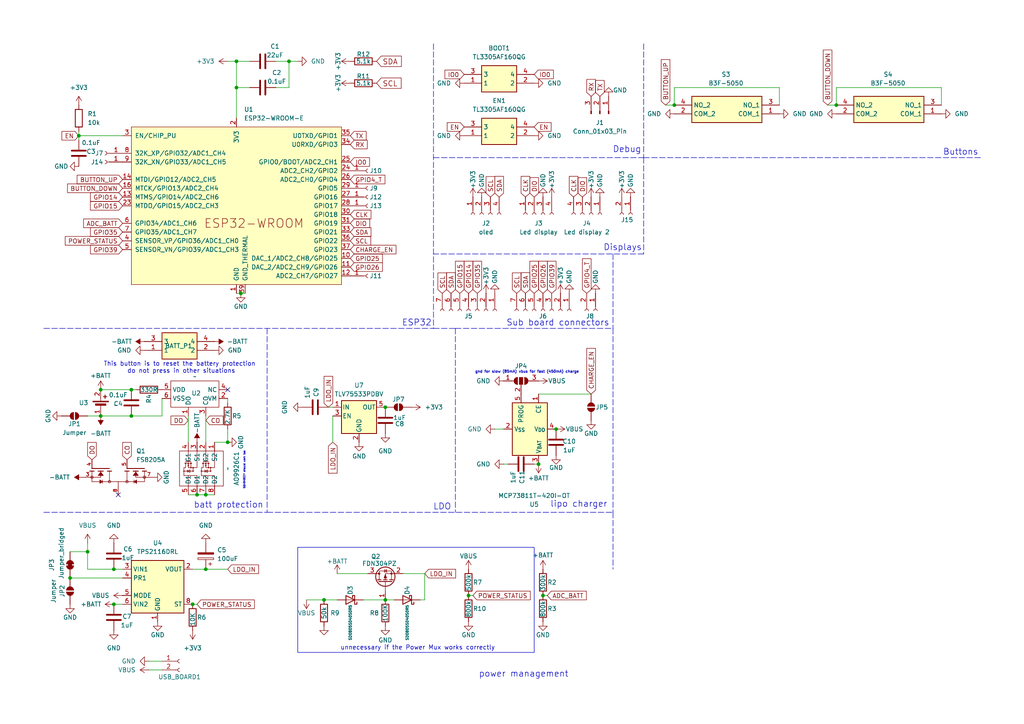
<source format=kicad_sch>
(kicad_sch (version 20231120) (generator "eeschema") (generator_version "8.0")
  (paper "A4")
  (junction (at 111.76 173.99))
  (junction (at 135.89 172.72))
  (junction (at 93.98 173.99))
  (junction (at 33.02 165.1))
  (junction (at 68.58 25.4))
  (junction (at 195.58 30.48))
  (junction (at 59.69 165.1))
  (junction (at 69.85 85.09))
  (junction (at 161.29 124.46))
  (junction (at 83.82 17.78))
  (junction (at 157.48 172.72))
  (junction (at 242.57 30.48))
  (junction (at 25.4 160.02))
  (junction (at 57.15 143.51))
  (junction (at 111.76 118.11))
  (junction (at 29.21 113.03))
  (junction (at 38.1 113.03))
  (junction (at 33.02 175.26))
  (junction (at 20.32 167.64))
  (junction (at 66.04 128.27))
  (junction (at 22.86 39.37))
  (junction (at 29.21 120.65))
  (junction (at 156.21 134.62))
  (junction (at 59.69 143.51))
  (junction (at 55.88 175.26))
  (junction (at 68.58 17.78))
  (junction (at 38.1 120.65))
  (no_connect (at 34.29 143.51))
  (no_connect (at 66.04 113.03))
  (polyline (pts (xy 132.08 95.25) (xy 177.8 95.25)) (stroke (width 0) (type dash)))
  (wire (pts (xy 33.02 165.1) (xy 35.56 165.1)))
  (wire (pts (xy 69.85 85.09) (xy 71.12 85.09)))
  (wire (pts (xy 55.88 165.1) (xy 59.69 165.1)))
  (wire (pts (xy 195.58 30.48) (xy 195.58 25.4)))
  (polyline (pts (xy 12.7 95.25) (xy 125.73 95.25)) (stroke (width 0) (type dash)))
  (wire (pts (xy 25.4 120.65) (xy 29.21 120.65)))
  (wire (pts (xy 57.15 175.26) (xy 55.88 175.26)))
  (polyline (pts (xy 125.73 45.72) (xy 186.69 45.72)) (stroke (width 0) (type dash)))
  (wire (pts (xy 72.39 25.4) (xy 68.58 25.4)))
  (wire (pts (xy 62.23 128.27) (xy 66.04 128.27)))
  (polyline (pts (xy 77.47 148.59) (xy 177.8 148.59)) (stroke (width 0) (type dash)))
  (wire (pts (xy 38.1 120.65) (xy 46.99 120.65)))
  (wire (pts (xy 242.57 25.4) (xy 273.05 25.4)))
  (polyline (pts (xy 125.73 95.25) (xy 132.08 95.25)) (stroke (width 0) (type dash)))
  (wire (pts (xy 88.9 173.99) (xy 93.98 173.99)))
  (wire (pts (xy 158.75 172.72) (xy 157.48 172.72)))
  (wire (pts (xy 72.39 17.78) (xy 68.58 17.78)))
  (wire (pts (xy 95.25 118.11) (xy 96.52 118.11)))
  (wire (pts (xy 25.4 157.48) (xy 25.4 160.02)))
  (wire (pts (xy 22.86 39.37) (xy 35.56 39.37)))
  (wire (pts (xy 20.32 167.64) (xy 35.56 167.64)))
  (wire (pts (xy 226.06 25.4) (xy 226.06 30.48)))
  (wire (pts (xy 68.58 17.78) (xy 68.58 25.4)))
  (wire (pts (xy 143.51 124.46) (xy 146.05 124.46)))
  (wire (pts (xy 242.57 30.48) (xy 242.57 25.4)))
  (polyline (pts (xy 12.7 148.59) (xy 77.47 148.59)) (stroke (width 0) (type dash)))
  (wire (pts (xy 68.58 25.4) (xy 68.58 34.29)))
  (polyline (pts (xy 186.69 45.72) (xy 284.48 45.72)) (stroke (width 0) (type dash)))
  (polyline (pts (xy 177.8 95.25) (xy 177.8 148.59)) (stroke (width 0) (type dash)))
  (wire (pts (xy 273.05 25.4) (xy 273.05 30.48)))
  (polyline (pts (xy 177.8 148.59) (xy 177.8 165.1)) (stroke (width 0) (type dash)))
  (wire (pts (xy 83.82 25.4) (xy 83.82 17.78)))
  (wire (pts (xy 121.92 173.99) (xy 123.19 173.99)))
  (wire (pts (xy 29.21 120.65) (xy 38.1 120.65)))
  (wire (pts (xy 29.21 113.03) (xy 38.1 113.03)))
  (wire (pts (xy 171.45 114.3) (xy 156.21 114.3)))
  (wire (pts (xy 59.69 143.51) (xy 62.23 143.51)))
  (polyline (pts (xy 132.08 95.25) (xy 132.08 148.59)) (stroke (width 0) (type dash)))
  (wire (pts (xy 123.19 166.37) (xy 123.19 173.99)))
  (wire (pts (xy 22.86 38.1) (xy 22.86 39.37)))
  (wire (pts (xy 154.94 134.62) (xy 156.21 134.62)))
  (wire (pts (xy 80.01 25.4) (xy 83.82 25.4)))
  (polyline (pts (xy 186.69 73.66) (xy 125.73 73.66)) (stroke (width 0) (type dash)))
  (polyline (pts (xy 177.8 73.66) (xy 177.8 95.25)) (stroke (width 0) (type dash)))
  (wire (pts (xy 97.79 166.37) (xy 106.68 166.37)))
  (wire (pts (xy 93.98 173.99) (xy 97.79 173.99)))
  (wire (pts (xy 59.69 120.65) (xy 59.69 128.27)))
  (wire (pts (xy 43.18 191.77) (xy 46.99 191.77)))
  (wire (pts (xy 54.61 120.65) (xy 54.61 128.27)))
  (polyline (pts (xy 186.69 45.72) (xy 186.69 73.66)) (stroke (width 0) (type dash)))
  (wire (pts (xy 66.04 115.57) (xy 66.04 116.84)))
  (wire (pts (xy 116.84 166.37) (xy 123.19 166.37)))
  (wire (pts (xy 25.4 160.02) (xy 25.4 165.1)))
  (wire (pts (xy 38.1 113.03) (xy 39.37 113.03)))
  (wire (pts (xy 68.58 85.09) (xy 69.85 85.09)))
  (wire (pts (xy 66.04 124.46) (xy 66.04 128.27)))
  (wire (pts (xy 25.4 165.1) (xy 33.02 165.1)))
  (polyline (pts (xy 125.73 12.7) (xy 125.73 95.25)) (stroke (width 0) (type dash)))
  (wire (pts (xy 195.58 25.4) (xy 226.06 25.4)))
  (wire (pts (xy 86.36 17.78) (xy 83.82 17.78)))
  (wire (pts (xy 43.18 194.31) (xy 46.99 194.31)))
  (wire (pts (xy 105.41 173.99) (xy 111.76 173.99)))
  (wire (pts (xy 46.99 115.57) (xy 46.99 120.65)))
  (wire (pts (xy 80.01 17.78) (xy 83.82 17.78)))
  (wire (pts (xy 146.05 134.62) (xy 147.32 134.62)))
  (wire (pts (xy 54.61 143.51) (xy 57.15 143.51)))
  (wire (pts (xy 240.03 30.48) (xy 242.57 30.48)))
  (wire (pts (xy 20.32 160.02) (xy 25.4 160.02)))
  (wire (pts (xy 33.02 175.26) (xy 35.56 175.26)))
  (wire (pts (xy 193.04 30.48) (xy 195.58 30.48)))
  (wire (pts (xy 57.15 143.51) (xy 59.69 143.51)))
  (wire (pts (xy 137.16 172.72) (xy 135.89 172.72)))
  (wire (pts (xy 114.3 173.99) (xy 111.76 173.99)))
  (wire (pts (xy 59.69 165.1) (xy 66.04 165.1)))
  (wire (pts (xy 22.86 40.64) (xy 22.86 39.37)))
  (polyline (pts (xy 186.69 12.7) (xy 186.69 45.72)) (stroke (width 0) (type dash)))
  (polyline (pts (xy 77.47 95.25) (xy 77.47 148.59)) (stroke (width 0) (type dash)))
  (wire (pts (xy 96.52 120.65) (xy 96.52 128.27)))
  (wire (pts (xy 66.04 17.78) (xy 68.58 17.78)))
  (rectangle (start 86.36 158.75) (end 154.94 189.23))
  (text "batt protection" (at 66.294 146.558 0) (effects (font (size 1.778 1.778))))
  (text "Debug" (at 181.864 43.434 0) (effects (font (size 1.778 1.778))))
  (text "power management" (at 151.892 195.58 0) (effects (font (size 1.778 1.778))))
  (text "lipo charger" (at 167.894 146.304 0) (effects (font (size 1.778 1.778))))
  (text "SQ4940CEY should work too" (at 70.866 136.398 90) (effects (font (size 0.508 0.508))))
  (text "unnecessary if the Power Mux works correctly" (at 121.158 187.96 0) (effects (font (size 1.27 1.27))))
  (text "Buttons" (at 278.638 44.196 0) (effects (font (size 1.778 1.778))))
  (text "Displays" (at 180.594 71.882 0) (effects (font (size 1.778 1.778))))
  (text "Sub board connectors" (at 161.798 93.726 0) (effects (font (size 1.778 1.778))))
  (text "This button is to reset the battery protection \ndo not press in other situations\n" (at 52.578 106.68 0) (effects (font (size 1.27 1.27))))
  (text "gnd for slow (85mA) vbus for fast (450mA) charge " (at 153.162 107.95 0) (effects (font (size 0.762 0.762))))
  (text "ESP32\n" (at 120.904 93.726 0) (effects (font (size 1.778 1.778))))
  (text "LDO" (at 128.27 147.066 0) (effects (font (size 1.778 1.778))))
  (global_label "GPIO14" (shape input) (at 135.89 85.09 90) (property "Intersheetrefs" "${INTERSHEET_REFS}" (effects (hide yes))))
  (global_label "BUTTON_DOWN" (shape input) (at 240.03 30.48 90) (property "Intersheetrefs" "${INTERSHEET_REFS}" (effects (hide yes))))
  (global_label "GPIO26" (shape input) (at 157.48 85.09 90) (property "Intersheetrefs" "${INTERSHEET_REFS}" (effects (hide yes))))
  (global_label "GPIO39" (shape input) (at 160.02 85.09 90) (property "Intersheetrefs" "${INTERSHEET_REFS}" (effects (hide yes))))
  (global_label "SCL" (shape input) (at 149.86 85.09 90) (property "Intersheetrefs" "${INTERSHEET_REFS}" (effects (hide yes))))
  (global_label "GPIO35" (shape input) (at 35.56 67.31 180) (property "Intersheetrefs" "${INTERSHEET_REFS}" (effects (hide yes))))
  (global_label "TX" (shape input) (at 173.99 27.94 90) (property "Intersheetrefs" "${INTERSHEET_REFS}" (effects (hide yes))))
  (global_label "RX" (shape input) (at 171.45 27.94 90) (property "Intersheetrefs" "${INTERSHEET_REFS}" (effects (hide yes))))
  (global_label "GPIO25" (shape input) (at 154.94 85.09 90) (property "Intersheetrefs" "${INTERSHEET_REFS}" (effects (hide yes))))
  (global_label "POWER_STATUS" (shape input) (at 57.15 175.26 0) (property "Intersheetrefs" "${INTERSHEET_REFS}" (effects (hide yes))))
  (global_label "POWER_STATUS" (shape input) (at 137.16 172.72 0) (property "Intersheetrefs" "${INTERSHEET_REFS}" (effects (hide yes))))
  (global_label "ADC_BATT" (shape input) (at 35.56 64.77 180) (property "Intersheetrefs" "${INTERSHEET_REFS}" (effects (hide yes))))
  (global_label "RX" (shape input) (at 101.6 41.91 0) (property "Intersheetrefs" "${INTERSHEET_REFS}" (effects (hide yes))))
  (global_label "IO0" (shape input) (at 154.94 21.59 0) (property "Intersheetrefs" "${INTERSHEET_REFS}" (effects (hide yes))))
  (global_label "LDO_IN" (shape input) (at 96.52 128.27 270) (property "Intersheetrefs" "${INTERSHEET_REFS}" (effects (hide yes))))
  (global_label "CO" (shape input) (at 36.83 133.35 90) (property "Intersheetrefs" "${INTERSHEET_REFS}" (effects (hide yes))))
  (global_label "CHARGE_EN" (shape input) (at 101.6 72.39 0) (property "Intersheetrefs" "${INTERSHEET_REFS}" (effects (hide yes))))
  (global_label "GPIO39" (shape input) (at 35.56 72.39 180) (property "Intersheetrefs" "${INTERSHEET_REFS}" (effects (hide yes))))
  (global_label "GPIO26" (shape input) (at 101.6 77.47 0) (property "Intersheetrefs" "${INTERSHEET_REFS}" (effects (hide yes))))
  (global_label "POWER_STATUS" (shape input) (at 35.56 69.85 180) (property "Intersheetrefs" "${INTERSHEET_REFS}" (effects (hide yes))))
  (global_label "EN" (shape input) (at 154.94 36.83 0) (property "Intersheetrefs" "${INTERSHEET_REFS}" (effects (hide yes))))
  (global_label "TX" (shape input) (at 101.6 39.37 0) (property "Intersheetrefs" "${INTERSHEET_REFS}" (effects (hide yes))))
  (global_label "GPIO25" (shape input) (at 101.6 74.93 0) (property "Intersheetrefs" "${INTERSHEET_REFS}" (effects (hide yes))))
  (global_label "CLK" (shape input) (at 101.6 62.23 0) (property "Intersheetrefs" "${INTERSHEET_REFS}" (effects (hide yes))))
  (global_label "CHARGE_EN" (shape input) (at 171.45 114.3 90) (property "Intersheetrefs" "${INTERSHEET_REFS}" (effects (hide yes))))
  (global_label "BUTTON_DOWN" (shape input) (at 35.56 54.61 180) (property "Intersheetrefs" "${INTERSHEET_REFS}" (effects (hide yes))))
  (global_label "GPIO35" (shape input) (at 138.43 85.09 90) (property "Intersheetrefs" "${INTERSHEET_REFS}" (effects (hide yes))))
  (global_label "SDA" (shape input) (at 101.6 67.31 0) (property "Intersheetrefs" "${INTERSHEET_REFS}" (effects (hide yes))))
  (global_label "LDO_IN" (shape input) (at 95.25 118.11 90) (property "Intersheetrefs" "${INTERSHEET_REFS}" (effects (hide yes))))
  (global_label "SDA" (shape input) (at 152.4 85.09 90) (property "Intersheetrefs" "${INTERSHEET_REFS}" (effects (hide yes))))
  (global_label "GPIO4_T" (shape input) (at 101.6 52.07 0) (property "Intersheetrefs" "${INTERSHEET_REFS}" (effects (hide yes))))
  (global_label "SDA" (shape input) (at 144.78 57.15 90) (property "Intersheetrefs" "${INTERSHEET_REFS}" (effects (hide yes))))
  (global_label "GPIO4_T" (shape input) (at 170.18 85.09 90) (property "Intersheetrefs" "${INTERSHEET_REFS}" (effects (hide yes))))
  (global_label "IO0" (shape input) (at 101.6 46.99 0) (property "Intersheetrefs" "${INTERSHEET_REFS}" (effects (hide yes))))
  (global_label "GPIO15" (shape input) (at 133.35 85.09 90) (property "Intersheetrefs" "${INTERSHEET_REFS}" (effects (hide yes))))
  (global_label "DO" (shape input) (at 54.61 121.92 180) (property "Intersheetrefs" "${INTERSHEET_REFS}" (effects (hide yes))))
  (global_label "CLK" (shape input) (at 152.4 57.15 90) (property "Intersheetrefs" "${INTERSHEET_REFS}" (effects (hide yes))))
  (global_label "DIO" (shape input) (at 154.94 57.15 90) (property "Intersheetrefs" "${INTERSHEET_REFS}" (effects (hide yes))))
  (global_label "LDO_IN" (shape input) (at 66.04 165.1 0) (property "Intersheetrefs" "${INTERSHEET_REFS}" (effects (hide yes))))
  (global_label "LDO_IN" (shape input) (at 123.19 166.37 0) (property "Intersheetrefs" "${INTERSHEET_REFS}" (effects (hide yes))))
  (global_label "DO" (shape input) (at 26.67 133.35 90) (property "Intersheetrefs" "${INTERSHEET_REFS}" (effects (hide yes))))
  (global_label "EN" (shape input) (at 22.86 39.37 180) (property "Intersheetrefs" "${INTERSHEET_REFS}" (effects (hide yes))))
  (global_label "BUTTON_UP" (shape input) (at 35.56 52.07 180) (property "Intersheetrefs" "${INTERSHEET_REFS}" (effects (hide yes))))
  (global_label "SCL" (shape input) (at 128.27 85.09 90) (property "Intersheetrefs" "${INTERSHEET_REFS}" (effects (hide yes))))
  (global_label "SCL" (shape input) (at 101.6 69.85 0) (property "Intersheetrefs" "${INTERSHEET_REFS}" (effects (hide yes))))
  (global_label "ADC_BATT" (shape input) (at 158.75 172.72 0) (property "Intersheetrefs" "${INTERSHEET_REFS}" (effects (hide yes))))
  (global_label "DIO" (shape input) (at 168.91 57.15 90) (property "Intersheetrefs" "${INTERSHEET_REFS}" (effects (hide yes))))
  (global_label "SDA" (shape input) (at 109.22 17.78 0) (effects (font (size 1.524 1.524))) (property "Intersheetrefs" "${INTERSHEET_REFS}" (effects (hide yes))))
  (global_label "CLK" (shape input) (at 166.37 57.15 90) (property "Intersheetrefs" "${INTERSHEET_REFS}" (effects (hide yes))))
  (global_label "EN" (shape input) (at 134.62 36.83 180) (property "Intersheetrefs" "${INTERSHEET_REFS}" (effects (hide yes))))
  (global_label "GPIO15" (shape input) (at 35.56 59.69 180) (property "Intersheetrefs" "${INTERSHEET_REFS}" (effects (hide yes))))
  (global_label "SCL" (shape input) (at 142.24 57.15 90) (property "Intersheetrefs" "${INTERSHEET_REFS}" (effects (hide yes))))
  (global_label "SDA" (shape input) (at 130.81 85.09 90) (property "Intersheetrefs" "${INTERSHEET_REFS}" (effects (hide yes))))
  (global_label "BUTTON_UP" (shape input) (at 193.04 30.48 90) (property "Intersheetrefs" "${INTERSHEET_REFS}" (effects (hide yes))))
  (global_label "DIO" (shape input) (at 101.6 64.77 0) (property "Intersheetrefs" "${INTERSHEET_REFS}" (effects (hide yes))))
  (global_label "SCL" (shape input) (at 109.22 24.13 0) (effects (font (size 1.524 1.524))) (property "Intersheetrefs" "${INTERSHEET_REFS}" (effects (hide yes))))
  (global_label "GPIO14" (shape input) (at 35.56 57.15 180) (property "Intersheetrefs" "${INTERSHEET_REFS}" (effects (hide yes))))
  (global_label "CO" (shape input) (at 59.69 121.92 0) (property "Intersheetrefs" "${INTERSHEET_REFS}" (effects (hide yes))))
  (global_label "IO0" (shape input) (at 134.62 21.59 180) (property "Intersheetrefs" "${INTERSHEET_REFS}" (effects (hide yes))))
  (symbol (lib_id "clock:R") (at 157.48 176.53 0) (unit 1)
    (property "Reference" "R3" (at 158.75 176.53 0) (effects (justify left)))
    (property "Value" "800k" (at 157.48 179.07 90) (effects (justify left)))
    (property "Footprint" "Resistor_SMD:R_0402_1005Metric" (effects (hide yes)))
    (property "Description" "Resistor" (effects (hide yes)))
  )
  (symbol (lib_id "clock:GND") (at 182.88 57.15 180) (unit 1)
    (property "Reference" "#PWR041" (effects (hide yes)))
    (property "Value" "GND" (at 182.88 52.324 90))
    (property "Description" "Power symbol creates a global label with name \"GND\" , ground" (effects (hide yes)))
  )
  (symbol (lib_id "Connector:Conn_01x02_Socket") (at 182.88 62.23 270) (unit 1)
    (property "Reference" "J15" (at 180.086 63.754 90) (effects (justify left)))
    (property "Value" "Conn_01x02_Socket" (effects (hide yes)))
    (property "Footprint" "Connector_PinSocket_2.54mm:PinSocket_1x02_P2.54mm_Vertical" (effects (hide yes)))
    (property "Description" "Generic connector, single row, 01x02, script generated" (effects (hide yes)))
  )
  (symbol (lib_id "clock:+3V3") (at 22.86 30.48 0) (unit 1)
    (property "Reference" "#PWR05" (effects (hide yes)))
    (property "Value" "+3V3" (at 22.86 25.4 0))
    (property "Description" "Power symbol creates a global label with name \"+3V3\"" (effects (hide yes)))
  )
  (symbol (lib_id "clock:+3V3") (at 160.02 57.15 0) (unit 1)
    (property "Reference" "#PWR062" (effects (hide yes)))
    (property "Value" "+3V3" (at 160.02 52.07 90))
    (property "Description" "Power symbol creates a global label with name \"+3V3\"" (effects (hide yes)))
  )
  (symbol (lib_id "clock:GND") (at 111.76 125.73 0) (unit 1)
    (property "Reference" "#PWR043" (effects (hide yes)))
    (property "Value" "GND" (at 111.76 130.81 0))
    (property "Description" "Power symbol creates a global label with name \"GND\" , ground" (effects (hide yes)))
  )
  (symbol (lib_id "Watchy:VBUS-power") (at 161.29 124.46 270) (mirror x) (unit 1)
    (property "Reference" "#PWR054" (effects (hide yes)))
    (property "Value" "VBUS" (at 166.624 124.46 90))
  )
  (symbol (lib_id "clock:+3V3") (at 137.16 57.15 0) (unit 1)
    (property "Reference" "#PWR058" (effects (hide yes)))
    (property "Value" "+3V3" (at 137.16 52.07 90))
    (property "Description" "Power symbol creates a global label with name \"+3V3\"" (effects (hide yes)))
  )
  (symbol (lib_id "clock:GND") (at 41.91 101.6 270) (unit 1)
    (property "Reference" "#PWR047" (effects (hide yes)))
    (property "Value" "GND" (at 38.1 101.5999 90) (effects (justify right)))
    (property "Description" "Power symbol creates a global label with name \"GND\" , ground" (effects (hide yes)))
  )
  (symbol (lib_id "power:-BATT") (at 62.23 99.06 270) (unit 1)
    (property "Reference" "#PWR049" (effects (hide yes)))
    (property "Value" "-BATT" (at 68.834 99.06 90))
    (property "Description" "Power symbol creates a global label with name \"-BATT\"" (effects (hide yes)))
  )
  (symbol (lib_id "Watchy:VBUS-power") (at 156.21 110.49 270) (mirror x) (unit 1)
    (property "Reference" "#PWR050" (effects (hide yes)))
    (property "Value" "VBUS" (at 161.544 110.49 90))
  )
  (symbol (lib_id "clock:GND") (at 154.94 39.37 90) (unit 1)
    (property "Reference" "#PWR08" (effects (hide yes)))
    (property "Value" "GND" (at 158.75 39.3699 90) (effects (justify right)))
    (property "Description" "Power symbol creates a global label with name \"GND\" , ground" (effects (hide yes)))
  )
  (symbol (lib_id "clock:C") (at 91.44 118.11 270) (unit 1)
    (property "Reference" "C9" (at 91.694 113.792 0))
    (property "Value" "1uF" (at 89.154 113.792 0))
    (property "Footprint" "Capacitor_SMD:C_0603_1608Metric" (effects (hide yes)))
    (property "Description" "Unpolarized capacitor" (effects (hide yes)))
  )
  (symbol (lib_id "clock:GND") (at 22.86 48.26 270) (unit 1)
    (property "Reference" "#PWR04" (effects (hide yes)))
    (property "Value" "GND" (at 17.78 48.26 90))
    (property "Description" "Power symbol creates a global label with name \"GND\" , ground" (effects (hide yes)))
  )
  (symbol (lib_id "Watchy:BSS83P") (at 111.76 168.91 90) (unit 1)
    (property "Reference" "Q2" (at 110.363 161.417 90) (effects (justify left)))
    (property "Value" "FDN304PZ" (at 115.062 163.449 90) (effects (justify left)))
    (property "Footprint" "Package_TO_SOT_SMD:SOT-23" (effects (hide yes)))
    (property "Datasheet" "http://www.farnell.com/datasheets/1835997.pdf" (effects (hide yes)))
    (property "Description" "-0.33A Id, -60V Vds, P-Channel MOSFET, SOT-23" (effects (hide yes)))
  )
  (symbol (lib_id "clock:GND") (at 143.51 85.09 180) (unit 1)
    (property "Reference" "#PWR066" (effects (hide yes)))
    (property "Value" "GND" (at 143.51 80.264 90))
    (property "Description" "Power symbol creates a global label with name \"GND\" , ground" (effects (hide yes)))
  )
  (symbol (lib_id "clock:R") (at 135.89 176.53 0) (unit 1)
    (property "Reference" "R10" (at 137.16 176.53 0) (effects (justify left)))
    (property "Value" "800k" (at 135.89 179.07 90) (effects (justify left)))
    (property "Footprint" "Resistor_SMD:R_0402_1005Metric" (effects (hide yes)))
    (property "Description" "Resistor" (effects (hide yes)))
  )
  (symbol (lib_id "Jumper:SolderJumper_3_Open") (at 151.13 110.49 0) (unit 1) (exclude_from_sim yes) (in_bom no)
    (property "Reference" "JP4" (at 151.13 106.172 0))
    (property "Value" "SolderJumper_3_Open" (effects (hide yes)))
    (property "Footprint" "Jumper:SolderJumper-3_P1.3mm_Open_RoundedPad1.0x1.5mm" (effects (hide yes)))
    (property "Description" "Solder Jumper, 3-pole, open" (effects (hide yes)))
  )
  (symbol (lib_id "clock:R") (at 22.86 34.29 0) (unit 1)
    (property "Reference" "R1" (at 25.4 33.0199 0) (effects (justify left)))
    (property "Value" "10k" (at 25.4 35.5599 0) (effects (justify left)))
    (property "Footprint" "Resistor_SMD:R_0402_1005Metric" (effects (hide yes)))
    (property "Description" "Resistor" (effects (hide yes)))
  )
  (symbol (lib_id "clock:GND-power") (at 157.48 180.34 0) (unit 1)
    (property "Reference" "#PWR021" (effects (hide yes)))
    (property "Value" "GND" (at 157.48 184.15 0))
  )
  (symbol (lib_id "clock:GND") (at 86.36 17.78 90) (unit 1)
    (property "Reference" "#PWR03" (effects (hide yes)))
    (property "Value" "GND" (at 90.17 17.7799 90) (effects (justify right)))
    (property "Description" "Power symbol creates a global label with name \"GND\" , ground" (effects (hide yes)))
  )
  (symbol (lib_id "clock:R") (at 135.89 168.91 0) (unit 1)
    (property "Reference" "R7" (at 137.16 168.91 0) (effects (justify left)))
    (property "Value" "500k" (at 135.89 171.45 90) (effects (justify left)))
    (property "Footprint" "Resistor_SMD:R_0402_1005Metric" (effects (hide yes)))
    (property "Description" "Resistor" (effects (hide yes)))
  )
  (symbol (lib_id "clock:+BATT-power") (at 29.21 113.03 0) (unit 1)
    (property "Reference" "#PWR017" (effects (hide yes)))
    (property "Value" "+BATT" (at 29.21 108.966 0))
  )
  (symbol (lib_id "FS8205A:FS8205A") (at 34.29 138.43 270) (unit 1)
    (property "Reference" "Q1" (at 39.4971 130.81 90) (effects (justify left)))
    (property "Value" "FS8205A" (at 39.4971 133.35 90) (effects (justify left)))
    (property "Footprint" "clock:SOP65P640X120-8N" (effects (hide yes)))
    (property "MF" "Fortune Semiconductor" (effects (hide yes)))
    (property "MAXIMUM_PACKAGE_HEIGHT" "1.2mm" (effects (hide yes)))
    (property "Package" "Package" (effects (hide yes)))
    (property "Price" "None" (effects (hide yes)))
    (property "Check_prices" "https://www.snapeda.com/parts/FS8205A/Fortune+Semiconductor/view-part/?ref=eda" (effects (hide yes)))
    (property "STANDARD" "IPC 7351B" (effects (hide yes)))
    (property "PARTREV" "1.7" (effects (hide yes)))
    (property "SnapEDA_Link" "https://www.snapeda.com/parts/FS8205A/Fortune+Semiconductor/view-part/?ref=snap" (effects (hide yes)))
    (property "MP" "FS8205A" (effects (hide yes)))
    (property "Description_1" "\n                        \n                            \n                        \n" (effects (hide yes)))
    (property "Availability" "In Stock" (effects (hide yes)))
    (property "MANUFACTURER" "Fortune Semiconductor" (effects (hide yes)))
  )
  (symbol (lib_id "clock:+3V3") (at 171.45 57.15 0) (unit 1)
    (property "Reference" "#PWR064" (effects (hide yes)))
    (property "Value" "+3V3" (at 171.45 52.07 90))
    (property "Description" "Power symbol creates a global label with name \"+3V3\"" (effects (hide yes)))
  )
  (symbol (lib_id "Connector:Conn_01x04_Socket") (at 154.94 62.23 90) (mirror x) (unit 1)
    (property "Reference" "J3" (at 156.21 64.77 90))
    (property "Value" "Led display" (at 156.21 67.31 90))
    (property "Footprint" "clock:tm1637_module" (effects (hide yes)))
    (property "Description" "Generic connector, single row, 01x04, script generated" (effects (hide yes)))
  )
  (symbol (lib_id "clock:GND") (at 146.05 134.62 270) (unit 1)
    (property "Reference" "#PWR056" (effects (hide yes)))
    (property "Value" "GND" (at 142.24 134.6199 90) (effects (justify right)))
    (property "Description" "Power symbol creates a global label with name \"GND\" , ground" (effects (hide yes)))
  )
  (symbol (lib_id "clock:C") (at 161.29 128.27 0) (unit 1)
    (property "Reference" "C10" (at 165.1 128.016 0))
    (property "Value" "1uF" (at 165.1 130.556 0))
    (property "Footprint" "Capacitor_SMD:C_0603_1608Metric" (effects (hide yes)))
    (property "Description" "Unpolarized capacitor" (effects (hide yes)))
  )
  (symbol (lib_id "clock:GND") (at 273.05 33.02 90) (unit 1)
    (property "Reference" "#PWR014" (effects (hide yes)))
    (property "Value" "GND" (at 276.86 33.0199 90) (effects (justify right)))
    (property "Description" "Power symbol creates a global label with name \"GND\" , ground" (effects (hide yes)))
  )
  (symbol (lib_id "clock:GND") (at 33.02 157.48 180) (unit 1)
    (property "Reference" "#PWR030" (effects (hide yes)))
    (property "Value" "GND" (at 33.02 152.4 0))
    (property "Description" "Power symbol creates a global label with name \"GND\" , ground" (effects (hide yes)))
  )
  (symbol (lib_id "Watchy:+3V3-power") (at 101.6 17.78 90) (unit 1)
    (property "Reference" "#PWR061" (effects (hide yes)))
    (property "Value" "+3V3" (at 98.044 17.78 0))
  )
  (symbol (lib_id "Jumper:SolderJumper_2_Bridged") (at 20.32 163.83 270) (mirror x) (unit 1) (exclude_from_sim yes) (in_bom no)
    (property "Reference" "JP3" (at 14.986 162.052 0) (effects (justify right)))
    (property "Value" "Jumper_bridged" (at 17.78 152.908 0) (effects (justify right)))
    (property "Footprint" "Jumper:SolderJumper-2_P1.3mm_Bridged2Bar_RoundedPad1.0x1.5mm" (effects (hide yes)))
    (property "Description" "Solder Jumper, 2-pole, closed/bridged" (effects (hide yes)))
  )
  (symbol (lib_id "Jumper:SolderJumper_2_Open") (at 171.45 118.11 90) (unit 1) (exclude_from_sim yes) (in_bom no)
    (property "Reference" "JP5" (at 172.72 118.11 90) (effects (justify right)))
    (property "Value" "SolderJumper_2_Open" (effects (hide yes)))
    (property "Footprint" "Jumper:SolderJumper-2_P1.3mm_Open_RoundedPad1.0x1.5mm" (effects (hide yes)))
    (property "Description" "Solder Jumper, 2-pole, open" (effects (hide yes)))
  )
  (symbol (lib_id "clock:VBUS") (at 35.56 172.72 90) (unit 1)
    (property "Reference" "#PWR038" (effects (hide yes)))
    (property "Value" "VBUS" (at 31.75 172.7199 90) (effects (justify left)))
    (property "Description" "Power symbol creates a global label with name \"VBUS\"" (effects (hide yes)))
  )
  (symbol (lib_id "clock:+BATT-power") (at 157.48 165.1 0) (unit 1)
    (property "Reference" "#PWR020" (effects (hide yes)))
    (property "Value" "+BATT" (at 157.48 161.036 0))
  )
  (symbol (lib_id "clock:+3V3") (at 180.34 57.15 0) (unit 1)
    (property "Reference" "#PWR071" (effects (hide yes)))
    (property "Value" "+3V3" (at 180.34 52.07 90))
    (property "Description" "Power symbol creates a global label with name \"+3V3\"" (effects (hide yes)))
  )
  (symbol (lib_id "Connector:Conn_01x01_Socket") (at 30.48 44.45 180) (unit 1)
    (property "Reference" "J7" (at 29.972 44.45 0) (effects (justify left)))
    (property "Value" "Conn_01x01_Socket" (effects (hide yes)))
    (property "Footprint" "Connector_PinSocket_2.54mm:PinSocket_1x01_P2.54mm_Vertical" (effects (hide yes)))
    (property "Description" "Generic connector, single row, 01x01, script generated" (effects (hide yes)))
  )
  (symbol (lib_id "clock:GND") (at 69.85 85.09 0) (unit 1)
    (property "Reference" "#PWR02" (effects (hide yes)))
    (property "Value" "GND" (at 69.85 88.9 0))
    (property "Description" "Power symbol creates a global label with name \"GND\" , ground" (effects (hide yes)))
  )
  (symbol (lib_id "power:-BATT") (at 29.21 120.65 180) (unit 1)
    (property "Reference" "#PWR018" (effects (hide yes)))
    (property "Value" "-BATT" (at 29.21 125.73 0))
    (property "Description" "Power symbol creates a global label with name \"-BATT\"" (effects (hide yes)))
  )
  (symbol (lib_id "clock:GND") (at 62.23 101.6 90) (unit 1)
    (property "Reference" "#PWR046" (effects (hide yes)))
    (property "Value" "GND" (at 66.04 101.5999 90) (effects (justify right)))
    (property "Description" "Power symbol creates a global label with name \"GND\" , ground" (effects (hide yes)))
  )
  (symbol (lib_id "clock:GND-power") (at 20.32 175.26 0) (unit 1)
    (property "Reference" "#PWR039" (effects (hide yes)))
    (property "Value" "GND" (at 20.32 179.07 0))
  )
  (symbol (lib_id "clock:GND") (at 195.58 33.02 270) (unit 1)
    (property "Reference" "#PWR011" (effects (hide yes)))
    (property "Value" "GND" (at 191.77 33.0199 90) (effects (justify right)))
    (property "Description" "Power symbol creates a global label with name \"GND\" , ground" (effects (hide yes)))
  )
  (symbol (lib_id "Watchy:D_Schottky") (at 118.11 173.99 180) (unit 1)
    (property "Reference" "D4" (at 118.11 171.196 90))
    (property "Value" "SD0805S040S0R5" (at 118.11 180.594 90) (effects (font (size 0.762 0.762))))
    (property "Footprint" "Diode_SMD:D_0805_2012Metric" (effects (hide yes)))
  )
  (symbol (lib_id "clock:GND") (at 157.48 57.15 180) (unit 1)
    (property "Reference" "#PWR063" (effects (hide yes)))
    (property "Value" "GND" (at 157.48 52.324 90))
    (property "Description" "Power symbol creates a global label with name \"GND\" , ground" (effects (hide yes)))
  )
  (symbol (lib_id "Connector:Conn_01x01_Socket") (at 106.68 57.15 0) (unit 1)
    (property "Reference" "J12" (at 107.188 57.15 0) (effects (justify left)))
    (property "Value" "Conn_01x01_Socket" (effects (hide yes)))
    (property "Footprint" "Connector_PinSocket_2.54mm:PinSocket_1x01_P2.54mm_Vertical" (effects (hide yes)))
    (property "Description" "Generic connector, single row, 01x01, script generated" (effects (hide yes)))
  )
  (symbol (lib_id "Connector:Conn_01x02_Socket") (at 172.72 90.17 270) (unit 1)
    (property "Reference" "J8" (at 169.926 91.694 90) (effects (justify left)))
    (property "Value" "Conn_01x02_Socket" (effects (hide yes)))
    (property "Footprint" "Connector_PinSocket_2.54mm:PinSocket_1x02_P2.54mm_Vertical" (effects (hide yes)))
    (property "Description" "Generic connector, single row, 01x02, script generated" (effects (hide yes)))
  )
  (symbol (lib_id "Watchy:GND-power") (at 93.98 181.61 0) (mirror y) (unit 1)
    (property "Reference" "#PWR037" (effects (hide yes)))
    (property "Value" "GND" (effects (hide yes)))
  )
  (symbol (lib_id "clock:C") (at 38.1 116.84 180) (unit 1)
    (property "Reference" "C4" (at 34.29 117.094 0))
    (property "Value" "0.1uF" (at 34.29 114.554 0))
    (property "Footprint" "Capacitor_SMD:C_0603_1608Metric" (effects (hide yes)))
    (property "Description" "Unpolarized capacitor" (effects (hide yes)))
  )
  (symbol (lib_id "clock:GND-power") (at 45.72 180.34 0) (unit 1)
    (property "Reference" "#PWR028" (effects (hide yes)))
    (property "Value" "GND" (at 45.72 184.15 0))
  )
  (symbol (lib_id "Watchy:VBUS-power") (at 88.9 173.99 0) (mirror x) (unit 1)
    (property "Reference" "#PWR029" (effects (hide yes)))
    (property "Value" "VBUS" (at 88.9 177.8 0))
  )
  (symbol (lib_id "clock:battery_cell") (at 29.21 116.84 0) (unit 1)
    (property "Reference" "U3" (at 22.86 116.84 0) (effects (justify left)))
    (property "Value" "~" (at 33.02 117.5385 0) (effects (justify left)))
    (property "Footprint" "clock:SHDR2W64P0X250_1X2_740X575X700P" (effects (hide yes)))
  )
  (symbol (lib_id "clock:AP9101CK6") (at 57.15 114.3 0) (unit 1)
    (property "Reference" "U2" (at 56.896 114.046 0))
    (property "Value" "~" (at 56.515 109.22 0))
    (property "Footprint" "clock:SOT95P280X140-6N" (effects (hide yes)))
  )
  (symbol (lib_id "clock:GND") (at 43.18 191.77 270) (unit 1)
    (property "Reference" "#PWR016" (effects (hide yes)))
    (property "Value" "GND" (at 39.37 191.7701 90) (effects (justify right)))
    (property "Description" "Power symbol creates a global label with name \"GND\" , ground" (effects (hide yes)))
  )
  (symbol (lib_id "clock:GND-power") (at 44.45 138.43 90) (unit 1)
    (property "Reference" "#PWR024" (effects (hide yes)))
    (property "Value" "GND" (at 48.26 138.43 0))
  )
  (symbol (lib_id "Jumper:SolderJumper_2_Open") (at 20.32 171.45 90) (unit 1) (exclude_from_sim yes) (in_bom no)
    (property "Reference" "JP2" (at 18.034 171.45 0))
    (property "Value" "Jumper" (at 15.494 171.45 0))
    (property "Footprint" "Jumper:SolderJumper-2_P1.3mm_Open_RoundedPad1.0x1.5mm" (effects (hide yes)))
    (property "Description" "Solder Jumper, 2-pole, open" (effects (hide yes)))
  )
  (symbol (lib_id "Power_Management:TPS2116DRL") (at 45.72 170.18 0) (unit 1)
    (property "Reference" "U4" (at 45.72 157.48 0))
    (property "Value" "TPS2116DRL" (at 45.72 160.02 0))
    (property "Footprint" "Package_TO_SOT_SMD:SOT-583-8" (effects (hide yes)))
    (property "Datasheet" "https://www.ti.com/lit/ds/symlink/tps2116.pdf" (effects (hide yes)))
    (property "Description" "2 Channnels Power Mux with Manual and Priority Switchover, 1.6-5.5V Input Voltage, 2.5A Output Current, Ron 40 mOhm, SOT-583-8" (effects (hide yes)))
  )
  (symbol (lib_id "power:-BATT") (at 24.13 138.43 90) (unit 1)
    (property "Reference" "#PWR023" (effects (hide yes)))
    (property "Value" "-BATT" (at 20.32 138.4299 90) (effects (justify left)))
    (property "Description" "Power symbol creates a global label with name \"-BATT\"" (effects (hide yes)))
  )
  (symbol (lib_id "clock:C") (at 33.02 161.29 0) (unit 1)
    (property "Reference" "C6" (at 37.084 159.258 0))
    (property "Value" "1uF" (at 37.084 161.798 0))
    (property "Footprint" "Capacitor_SMD:C_0603_1608Metric" (effects (hide yes)))
    (property "Description" "Unpolarized capacitor" (effects (hide yes)))
  )
  (symbol (lib_id "clock:GND") (at 176.53 27.94 180) (unit 1)
    (property "Reference" "#PWR010" (effects (hide yes)))
    (property "Value" "GND" (at 179.832 26.162 0))
    (property "Description" "Power symbol creates a global label with name \"GND\" , ground" (effects (hide yes)))
  )
  (symbol (lib_id "clock:+3V3") (at 162.56 85.09 0) (unit 1)
    (property "Reference" "#PWR068" (effects (hide yes)))
    (property "Value" "+3V3" (at 162.56 80.01 90))
    (property "Description" "Power symbol creates a global label with name \"+3V3\"" (effects (hide yes)))
  )
  (symbol (lib_id "clock:+3V3") (at 119.38 118.11 270) (unit 1)
    (property "Reference" "#PWR042" (effects (hide yes)))
    (property "Value" "+3V3" (at 123.19 118.1099 90) (effects (justify left)))
    (property "Description" "Power symbol creates a global label with name \"+3V3\"" (effects (hide yes)))
  )
  (symbol (lib_id "Connector:Conn_01x04_Socket") (at 139.7 62.23 90) (mirror x) (unit 1)
    (property "Reference" "J2" (at 140.97 64.77 90))
    (property "Value" "oled" (at 140.97 67.31 90))
    (property "Footprint" "clock:SSD1306_0.96_Oled" (effects (hide yes)))
    (property "Description" "Generic connector, single row, 01x04, script generated" (effects (hide yes)))
  )
  (symbol (lib_id "clock:GND-power") (at 135.89 180.34 0) (unit 1)
    (property "Reference" "#PWR034" (effects (hide yes)))
    (property "Value" "GND" (at 135.89 184.15 0))
  )
  (symbol (lib_id "clock:C") (at 33.02 179.07 0) (unit 1)
    (property "Reference" "C7" (at 36.83 178.816 0))
    (property "Value" "1uF" (at 36.83 181.356 0))
    (property "Footprint" "Capacitor_SMD:C_0603_1608Metric" (effects (hide yes)))
    (property "Description" "Unpolarized capacitor" (effects (hide yes)))
  )
  (symbol (lib_id "Connector:Conn_01x01_Socket") (at 106.68 80.01 0) (unit 1)
    (property "Reference" "J11" (at 107.188 80.01 0) (effects (justify left)))
    (property "Value" "Conn_01x01_Socket" (effects (hide yes)))
    (property "Footprint" "Connector_PinSocket_2.54mm:PinSocket_1x01_P2.54mm_Vertical" (effects (hide yes)))
    (property "Description" "Generic connector, single row, 01x01, script generated" (effects (hide yes)))
  )
  (symbol (lib_id "Watchy:+BATT-power") (at 97.79 166.37 0) (unit 1)
    (property "Reference" "#PWR035" (effects (hide yes)))
    (property "Value" "+BATT" (at 97.79 162.814 0))
  )
  (symbol (lib_id "clock:GND") (at 104.14 128.27 0) (unit 1)
    (property "Reference" "#PWR045" (effects (hide yes)))
    (property "Value" "GND" (at 102.108 132.334 0) (effects (justify left)))
    (property "Description" "Power symbol creates a global label with name \"GND\" , ground" (effects (hide yes)))
  )
  (symbol (lib_id "clock:VBUS") (at 43.18 194.31 90) (unit 1)
    (property "Reference" "#PWR015" (effects (hide yes)))
    (property "Value" "VBUS" (at 39.37 194.3101 90) (effects (justify left)))
    (property "Description" "Power symbol creates a global label with name \"VBUS\"" (effects (hide yes)))
  )
  (symbol (lib_id "Connector:Conn_01x04_Socket") (at 171.45 62.23 270) (unit 1)
    (property "Reference" "J4" (at 170.18 64.77 90))
    (property "Value" "Led display 2" (at 170.18 67.31 90))
    (property "Footprint" "Connector_PinHeader_2.54mm:PinHeader_1x04_P2.54mm_Vertical" (effects (hide yes)))
    (property "Description" "Generic connector, single row, 01x04, script generated" (effects (hide yes)))
  )
  (symbol (lib_id "clock:B3F-5050") (at 242.57 30.48 0) (unit 1)
    (property "Reference" "S4" (at 257.556 21.59 0))
    (property "Value" "B3F-5050" (at 257.556 24.13 0))
    (property "Footprint" "clock:B3F-4055" (effects (hide yes)))
    (property "Datasheet" "https://omronfs.omron.com/en_US/ecb/products/pdf/en-b3f.pdf" (effects (hide yes)))
    (property "Description" "Tactile Switches 12x12mm Lg Svc Life Ht 7.3mm" (effects (hide yes)))
    (property "Manufacturer_Name" "Omron Electronics" (effects (hide yes)))
    (property "Manufacturer_Part_Number" "B3F-5050" (effects (hide yes)))
  )
  (symbol (lib_id "clock:GND") (at 226.06 33.02 90) (unit 1)
    (property "Reference" "#PWR012" (effects (hide yes)))
    (property "Value" "GND" (at 229.87 33.0199 90) (effects (justify right)))
    (property "Description" "Power symbol creates a global label with name \"GND\" , ground" (effects (hide yes)))
  )
  (symbol (lib_id "clock:ESP32-WROOM-E") (at 68.58 59.69 0) (unit 1)
    (property "Reference" "U1" (at 70.7741 31.75 0) (effects (justify left)))
    (property "Value" "ESP32-WROOM-E" (at 70.7741 34.29 0) (effects (justify left)))
    (property "Footprint" "PCM_Espressif:ESP32-WROOM-32E" (effects (hide yes)))
    (property "Datasheet" "https://www.espressif.com/sites/default/files/documentation/esp32-wroom-32e_esp32-wroom-32ue_datasheet_en.pdf" (effects (hide yes)))
    (property "Description" "ESP32-WROOM-32E integrates ESP32-D0WD-V3, with higher stability and safety performance." (effects (hide yes)))
  )
  (symbol (lib_id "clock:GND") (at 161.29 132.08 0) (unit 1)
    (property "Reference" "#PWR053" (effects (hide yes)))
    (property "Value" "GND" (at 161.29 135.636 0))
    (property "Description" "Power symbol creates a global label with name \"GND\" , ground" (effects (hide yes)))
  )
  (symbol (lib_id "clock:GND") (at 87.63 118.11 270) (unit 1)
    (property "Reference" "#PWR044" (effects (hide yes)))
    (property "Value" "GND" (at 82.55 118.11 0))
    (property "Description" "Power symbol creates a global label with name \"GND\" , ground" (effects (hide yes)))
  )
  (symbol (lib_id "Connector:Conn_01x01_Socket") (at 106.68 54.61 0) (unit 1)
    (property "Reference" "J9" (at 107.188 54.61 0) (effects (justify left)))
    (property "Value" "Conn_01x01_Socket" (effects (hide yes)))
    (property "Footprint" "Connector_PinSocket_2.54mm:PinSocket_1x01_P2.54mm_Vertical" (effects (hide yes)))
    (property "Description" "Generic connector, single row, 01x01, script generated" (effects (hide yes)))
  )
  (symbol (lib_id "clock:+BATT-power") (at 156.21 134.62 180) (unit 1)
    (property "Reference" "#PWR055" (effects (hide yes)))
    (property "Value" "+BATT" (at 156.21 138.684 0))
  )
  (symbol (lib_id "clock:GND") (at 242.57 33.02 270) (unit 1)
    (property "Reference" "#PWR013" (effects (hide yes)))
    (property "Value" "GND" (at 238.76 33.0199 90) (effects (justify right)))
    (property "Description" "Power symbol creates a global label with name \"GND\" , ground" (effects (hide yes)))
  )
  (symbol (lib_id "clock:R") (at 43.18 113.03 270) (unit 1)
    (property "Reference" "R4" (at 43.18 114.3 0) (effects (justify left)))
    (property "Value" "330R" (at 40.64 113.03 90) (effects (justify left)))
    (property "Footprint" "Resistor_SMD:R_0402_1005Metric" (effects (hide yes)))
    (property "Description" "Resistor" (effects (hide yes)))
  )
  (symbol (lib_id "clock:GND") (at 59.69 157.48 180) (unit 1)
    (property "Reference" "#PWR040" (effects (hide yes)))
    (property "Value" "GND" (at 59.69 152.4 0))
    (property "Description" "Power symbol creates a global label with name \"GND\" , ground" (effects (hide yes)))
  )
  (symbol (lib_id "clock:C") (at 151.13 134.62 270) (unit 1)
    (property "Reference" "C11" (at 151.384 138.43 0))
    (property "Value" "1uF" (at 148.844 138.43 0))
    (property "Footprint" "Capacitor_SMD:C_0603_1608Metric" (effects (hide yes)))
    (property "Description" "Unpolarized capacitor" (effects (hide yes)))
  )
  (symbol (lib_id "clock:+3V3") (at 55.88 182.88 180) (unit 1)
    (property "Reference" "#PWR032" (effects (hide yes)))
    (property "Value" "+3V3" (at 55.88 187.96 0))
    (property "Description" "Power symbol creates a global label with name \"+3V3\"" (effects (hide yes)))
  )
  (symbol (lib_id "Jumper:SolderJumper_2_Open") (at 21.59 120.65 180) (unit 1) (exclude_from_sim yes) (in_bom no)
    (property "Reference" "JP1" (at 21.59 122.936 0))
    (property "Value" "Jumper" (at 21.59 125.476 0))
    (property "Footprint" "Jumper:SolderJumper-2_P1.3mm_Open_RoundedPad1.0x1.5mm" (effects (hide yes)))
    (property "Description" "Solder Jumper, 2-pole, open" (effects (hide yes)))
  )
  (symbol (lib_id "clock:AO9926C") (at 58.42 135.89 270) (unit 1)
    (property "Reference" "AO9926C1" (at 68.58 135.89 0))
    (property "Value" "~" (at 66.04 135.89 0))
    (property "Footprint" "Package_SO:SOIC-8_3.9x4.9mm_P1.27mm" (effects (hide yes)))
  )
  (symbol (lib_id "clock:B3F-5050") (at 195.58 30.48 0) (unit 1)
    (property "Reference" "S3" (at 210.566 21.59 0))
    (property "Value" "B3F-5050" (at 210.566 24.13 0))
    (property "Footprint" "clock:B3F-4055" (effects (hide yes)))
    (property "Datasheet" "https://omronfs.omron.com/en_US/ecb/products/pdf/en-b3f.pdf" (effects (hide yes)))
    (property "Description" "Tactile Switches 12x12mm Lg Svc Life Ht 7.3mm" (effects (hide yes)))
    (property "Manufacturer_Name" "Omron Electronics" (effects (hide yes)))
    (property "Manufacturer_Part_Number" "B3F-5050" (effects (hide yes)))
  )
  (symbol (lib_id "clock:TL3305AF160QG") (at 134.62 21.59 0) (unit 1)
    (property "Reference" "BOOT1" (at 144.78 13.97 0))
    (property "Value" "TL3305AF160QG" (at 144.78 16.51 0))
    (property "Footprint" "clock:TL3305AF160QG" (effects (hide yes)))
    (property "Datasheet" "https://configured-product-images.s3.amazonaws.com/2D/specs/TL3305AF160QG.pdf" (effects (hide yes)))
    (property "Description" "TACT, 50mA, 12VDC SPST-NO, Off-(On) Surface Mount" (effects (hide yes)))
    (property "Manufacturer_Name" "E-Switch" (effects (hide yes)))
    (property "Manufacturer_Part_Number" "TL3305AF160QG" (effects (hide yes)))
  )
  (symbol (lib_id "Device:C_Polarized") (at 59.69 161.29 180) (unit 1)
    (property "Reference" "C5" (at 62.992 159.512 0) (effects (justify right)))
    (property "Value" "100uF" (at 62.992 162.052 0) (effects (justify right)))
    (property "Footprint" "Capacitor_THT:CP_Radial_D5.0mm_P2.50mm" (effects (hide yes)))
    (property "Description" "Polarized capacitor" (effects (hide yes)))
  )
  (symbol (lib_id "Jumper:SolderJumper_2_Open") (at 115.57 118.11 0) (unit 1) (exclude_from_sim yes) (in_bom no)
    (property "Reference" "JP7" (at 115.57 115.824 0))
    (property "Value" "Jumper" (effects (hide yes)))
    (property "Footprint" "Jumper:SolderJumper-2_P1.3mm_Open_RoundedPad1.0x1.5mm" (effects (hide yes)))
    (property "Description" "Solder Jumper, 2-pole, open" (effects (hide yes)))
  )
  (symbol (lib_id "clock:GND") (at 134.62 39.37 270) (unit 1)
    (property "Reference" "#PWR09" (effects (hide yes)))
    (property "Value" "GND" (at 130.81 39.3699 90) (effects (justify right)))
    (property "Description" "Power symbol creates a global label with name \"GND\" , ground" (effects (hide yes)))
  )
  (symbol (lib_id "Connector:Conn_01x01_Socket") (at 30.48 46.99 180) (unit 1)
    (property "Reference" "J14" (at 29.972 46.99 0) (effects (justify left)))
    (property "Value" "Conn_01x01_Socket" (effects (hide yes)))
    (property "Footprint" "Connector_PinSocket_2.54mm:PinSocket_1x01_P2.54mm_Vertical" (effects (hide yes)))
    (property "Description" "Generic connector, single row, 01x01, script generated" (effects (hide yes)))
  )
  (symbol (lib_id "Watchy:R") (at 105.41 24.13 90) (unit 1)
    (property "Reference" "R11" (at 105.41 22.098 90))
    (property "Value" "5.1k" (at 105.41 24.13 90))
    (property "Footprint" "Resistor_SMD:R_0402_1005Metric" (effects (hide yes)))
    (property "Description" "Resistor" (effects (hide yes)))
  )
  (symbol (lib_id "clock:TL3305AF160QG") (at 41.91 99.06 0) (unit 1)
    (property "Reference" "BATT_P1" (at 51.816 100.33 0))
    (property "Value" "TL3305AF160QG" (effects (hide yes)))
    (property "Footprint" "clock:TL3305AF160QG" (effects (hide yes)))
    (property "Datasheet" "https://configured-product-images.s3.amazonaws.com/2D/specs/TL3305AF160QG.pdf" (effects (hide yes)))
    (property "Description" "TACT, 50mA, 12VDC SPST-NO, Off-(On) Surface Mount" (effects (hide yes)))
    (property "Manufacturer_Name" "E-Switch" (effects (hide yes)))
    (property "Manufacturer_Part_Number" "TL3305AF160QG" (effects (hide yes)))
  )
  (symbol (lib_id "Connector:Conn_01x07_Socket") (at 135.89 90.17 270) (unit 1)
    (property "Reference" "J5" (at 135.89 91.694 90))
    (property "Value" "Conn_01x07_Socket" (effects (hide yes)))
    (property "Footprint" "Connector_PinSocket_2.54mm:PinSocket_1x07_P2.54mm_Vertical" (effects (hide yes)))
    (property "Description" "Generic connector, single row, 01x07, script generated" (effects (hide yes)))
  )
  (symbol (lib_id "clock:GND") (at 171.45 121.92 0) (unit 1)
    (property "Reference" "#PWR057" (effects (hide yes)))
    (property "Value" "GND" (at 171.45 125.73 0))
    (property "Description" "Power symbol creates a global label with name \"GND\" , ground" (effects (hide yes)))
  )
  (symbol (lib_id "clock:C") (at 76.2 25.4 90) (unit 1)
    (property "Reference" "C2" (at 80.264 21.082 90))
    (property "Value" "0.1uF" (at 80.264 23.622 90))
    (property "Footprint" "Capacitor_SMD:C_0603_1608Metric" (effects (hide yes)))
    (property "Description" "Unpolarized capacitor" (effects (hide yes)))
  )
  (symbol (lib_id "clock:R") (at 66.04 120.65 0) (unit 1)
    (property "Reference" "R5" (at 67.31 120.65 0) (effects (justify left)))
    (property "Value" "2.7K" (at 66.04 123.19 90) (effects (justify left)))
    (property "Footprint" "Resistor_SMD:R_0402_1005Metric" (effects (hide yes)))
    (property "Description" "Resistor" (effects (hide yes)))
  )
  (symbol (lib_id "Connector:Conn_01x01_Socket") (at 106.68 49.53 0) (unit 1)
    (property "Reference" "J10" (at 107.188 49.53 0) (effects (justify left)))
    (property "Value" "Conn_01x01_Socket" (effects (hide yes)))
    (property "Footprint" "Connector_PinSocket_2.54mm:PinSocket_1x01_P2.54mm_Vertical" (effects (hide yes)))
    (property "Description" "Generic connector, single row, 01x01, script generated" (effects (hide yes)))
  )
  (symbol (lib_id "Connector:Conn_01x07_Socket") (at 157.48 90.17 270) (unit 1)
    (property "Reference" "J6" (at 157.48 91.694 90))
    (property "Value" "Conn_01x07_Socket" (effects (hide yes)))
    (property "Footprint" "Connector_PinSocket_2.54mm:PinSocket_1x07_P2.54mm_Vertical" (effects (hide yes)))
    (property "Description" "Generic connector, single row, 01x07, script generated" (effects (hide yes)))
  )
  (symbol (lib_id "clock:GND") (at 146.05 110.49 270) (unit 1)
    (property "Reference" "#PWR051" (effects (hide yes)))
    (property "Value" "GND" (at 142.24 110.4899 90) (effects (justify right)))
    (property "Description" "Power symbol creates a global label with name \"GND\" , ground" (effects (hide yes)))
  )
  (symbol (lib_id "power:-BATT") (at 41.91 99.06 90) (unit 1)
    (property "Reference" "#PWR048" (effects (hide yes)))
    (property "Value" "-BATT" (at 35.306 99.06 90))
    (property "Description" "Power symbol creates a global label with name \"-BATT\"" (effects (hide yes)))
  )
  (symbol (lib_id "Watchy:GND-power") (at 111.76 181.61 0) (unit 1)
    (property "Reference" "#PWR036" (effects (hide yes)))
    (property "Value" "GND" (at 111.76 185.674 0))
  )
  (symbol (lib_id "Regulator_Linear:TLV75533PDBV") (at 104.14 120.65 0) (unit 1)
    (property "Reference" "U7" (at 104.14 111.76 0))
    (property "Value" "TLV75533PDBV" (at 104.14 114.3 0))
    (property "Footprint" "Package_TO_SOT_SMD:SOT-23-5" (effects (hide yes)))
    (property "Datasheet" "http://www.ti.com/lit/ds/symlink/tlv755p.pdf" (effects (hide yes)))
    (property "Description" "500mA Low Dropout Voltage Regulator, Fixed Output 3.3V, SOT-23-5" (effects (hide yes)))
  )
  (symbol (lib_id "Battery_Management:MCP73811T-420I-OT") (at 153.67 124.46 270) (unit 1)
    (property "Reference" "U5" (at 154.94 146.304 90))
    (property "Value" "MCP73811T-420I-OT" (at 154.94 143.764 90))
    (property "Footprint" "Package_TO_SOT_SMD:SOT-23-5" (effects (hide yes)))
    (property "Datasheet" "http://ww1.microchip.com/downloads/en/DeviceDoc/22036b.pdf" (effects (hide yes)))
    (property "Description" "Simple, Miniature Single-Cell, Fully Integrated Li-Ion / Li-Polymer Charge Management Controllers, 85mA/450mA, 4.2V, SOT23-5" (effects (hide yes)))
  )
  (symbol (lib_id "clock:C") (at 76.2 17.78 90) (unit 1)
    (property "Reference" "C1" (at 79.756 13.462 90))
    (property "Value" "22uF" (at 79.756 16.002 90))
    (property "Footprint" "Capacitor_SMD:C_0805_2012Metric" (effects (hide yes)))
    (property "Description" "Unpolarized capacitor" (effects (hide yes)))
  )
  (symbol (lib_id "clock:TL3305AF160QG") (at 134.62 36.83 0) (unit 1)
    (property "Reference" "EN1" (at 144.78 29.21 0))
    (property "Value" "TL3305AF160QG" (at 144.78 31.75 0))
    (property "Footprint" "clock:TL3305AF160QG" (effects (hide yes)))
    (property "Datasheet" "https://configured-product-images.s3.amazonaws.com/2D/specs/TL3305AF160QG.pdf" (effects (hide yes)))
    (property "Description" "TACT, 50mA, 12VDC SPST-NO, Off-(On) Surface Mount" (effects (hide yes)))
    (property "Manufacturer_Name" "E-Switch" (effects (hide yes)))
    (property "Manufacturer_Part_Number" "TL3305AF160QG" (effects (hide yes)))
  )
  (symbol (lib_id "Watchy:VBUS-power") (at 135.89 165.1 0) (mirror y) (unit 1)
    (property "Reference" "#PWR033" (effects (hide yes)))
    (property "Value" "VBUS" (at 135.89 161.29 0))
  )
  (symbol (lib_id "Watchy:R") (at 93.98 177.8 0) (mirror y) (unit 1)
    (property "Reference" "R9" (at 97.155 177.8 0))
    (property "Value" "50k" (at 93.98 177.8 90))
    (property "Footprint" "Resistor_SMD:R_0402_1005Metric" (effects (hide yes)))
    (property "Description" "Resistor" (effects (hide yes)))
  )
  (symbol (lib_id "clock:R") (at 157.48 168.91 0) (unit 1)
    (property "Reference" "R2" (at 158.75 168.91 0) (effects (justify left)))
    (property "Value" "300k" (at 157.48 171.45 90) (effects (justify left)))
    (property "Footprint" "Resistor_SMD:R_0402_1005Metric" (effects (hide yes)))
    (property "Description" "Resistor" (effects (hide yes)))
  )
  (symbol (lib_id "Watchy:R") (at 111.76 177.8 0) (unit 1)
    (property "Reference" "R8" (at 108.585 177.8 0))
    (property "Value" "100K" (at 111.76 177.8 90))
    (property "Footprint" "Resistor_SMD:R_0402_1005Metric" (effects (hide yes)))
    (property "Description" "Resistor" (effects (hide yes)))
  )
  (symbol (lib_id "clock:GND") (at 143.51 124.46 270) (unit 1)
    (property "Reference" "#PWR052" (effects (hide yes)))
    (property "Value" "GND" (at 139.7 124.4599 90) (effects (justify right)))
    (property "Description" "Power symbol creates a global label with name \"GND\" , ground" (effects (hide yes)))
  )
  (symbol (lib_id "clock:GND") (at 172.72 85.09 180) (unit 1)
    (property "Reference" "#PWR070" (effects (hide yes)))
    (property "Value" "GND" (at 172.72 80.264 90))
    (property "Description" "Power symbol creates a global label with name \"GND\" , ground" (effects (hide yes)))
  )
  (symbol (lib_id "clock:GND") (at 173.99 57.15 180) (unit 1)
    (property "Reference" "#PWR065" (effects (hide yes)))
    (property "Value" "GND" (at 173.99 52.324 90))
    (property "Description" "Power symbol creates a global label with name \"GND\" , ground" (effects (hide yes)))
  )
  (symbol (lib_id "Watchy:+3V3-power") (at 101.6 24.13 90) (unit 1)
    (property "Reference" "#PWR060" (effects (hide yes)))
    (property "Value" "+3V3" (at 98.044 24.13 0))
  )
  (symbol (lib_id "clock:GND-power") (at 17.78 120.65 270) (unit 1)
    (property "Reference" "#PWR025" (effects (hide yes)))
    (property "Value" "GND" (at 13.97 120.65 0))
  )
  (symbol (lib_id "Watchy:C") (at 111.76 121.92 0) (unit 1)
    (property "Reference" "C8" (at 114.554 122.936 0) (effects (justify left)))
    (property "Value" "1uF" (at 114.046 121.158 0) (effects (justify left)))
    (property "Footprint" "Capacitor_SMD:C_0603_1608Metric" (effects (hide yes)))
    (property "Description" "Unpolarized capacitor" (effects (hide yes)))
  )
  (symbol (lib_id "clock:+BATT-power") (at 33.02 175.26 90) (unit 1)
    (property "Reference" "#PWR027" (effects (hide yes)))
    (property "Value" "+BATT" (at 26.416 175.26 90))
  )
  (symbol (lib_id "clock:GND") (at 154.94 24.13 90) (unit 1)
    (property "Reference" "#PWR07" (effects (hide yes)))
    (property "Value" "GND" (at 158.75 24.1299 90) (effects (justify right)))
    (property "Description" "Power symbol creates a global label with name \"GND\" , ground" (effects (hide yes)))
  )
  (symbol (lib_id "clock:C") (at 22.86 44.45 180) (unit 1)
    (property "Reference" "C3" (at 26.416 43.942 0))
    (property "Value" "0.1uF" (at 26.416 41.402 0))
    (property "Footprint" "Capacitor_SMD:C_0603_1608Metric" (effects (hide yes)))
    (property "Description" "Unpolarized capacitor" (effects (hide yes)))
  )
  (symbol (lib_id "clock:VBUS") (at 25.4 157.48 0) (unit 1)
    (property "Reference" "#PWR026" (effects (hide yes)))
    (property "Value" "VBUS" (at 25.4 152.4 0))
    (property "Description" "Power symbol creates a global label with name \"VBUS\"" (effects (hide yes)))
  )
  (symbol (lib_id "clock:GND") (at 165.1 85.09 180) (unit 1)
    (property "Reference" "#PWR069" (effects (hide yes)))
    (property "Value" "GND" (at 165.1 80.264 90))
    (property "Description" "Power symbol creates a global label with name \"GND\" , ground" (effects (hide yes)))
  )
  (symbol (lib_id "clock:+3V3") (at 140.97 85.09 0) (unit 1)
    (property "Reference" "#PWR067" (effects (hide yes)))
    (property "Value" "+3V3" (at 140.97 80.01 90))
    (property "Description" "Power symbol creates a global label with name \"+3V3\"" (effects (hide yes)))
  )
  (symbol (lib_id "Watchy:D_Schottky") (at 101.6 173.99 180) (unit 1)
    (property "Reference" "D3" (at 101.6 171.196 90))
    (property "Value" "SD0805S040S0R5" (at 101.6 180.594 90) (effects (font (size 0.762 0.762))))
    (property "Footprint" "Diode_SMD:D_0805_2012Metric" (effects (hide yes)))
  )
  (symbol (lib_id "Watchy:R") (at 105.41 17.78 90) (unit 1)
    (property "Reference" "R12" (at 105.41 15.748 90))
    (property "Value" "5.1k" (at 105.41 17.78 90))
    (property "Footprint" "Resistor_SMD:R_0402_1005Metric" (effects (hide yes)))
    (property "Description" "Resistor" (effects (hide yes)))
  )
  (symbol (lib_id "clock:GND") (at 33.02 182.88 0) (unit 1)
    (property "Reference" "#PWR031" (effects (hide yes)))
    (property "Value" "GND" (at 33.02 187.96 0))
    (property "Description" "Power symbol creates a global label with name \"GND\" , ground" (effects (hide yes)))
  )
  (symbol (lib_id "clock:R") (at 55.88 179.07 0) (unit 1)
    (property "Reference" "R6" (at 57.15 179.07 0) (effects (justify left)))
    (property "Value" "10K" (at 55.88 181.61 90) (effects (justify left)))
    (property "Footprint" "Resistor_SMD:R_0402_1005Metric" (effects (hide yes)))
    (property "Description" "Resistor" (effects (hide yes)))
  )
  (symbol (lib_id "clock:GND-power") (at 66.04 128.27 90) (unit 1)
    (property "Reference" "#PWR022" (effects (hide yes)))
    (property "Value" "GND" (at 69.85 128.27 0))
  )
  (symbol (lib_id "clock:GND") (at 139.7 57.15 180) (unit 1)
    (property "Reference" "#PWR059" (effects (hide yes)))
    (property "Value" "GND" (at 139.7 52.324 90))
    (property "Description" "Power symbol creates a global label with name \"GND\" , ground" (effects (hide yes)))
  )
  (symbol (lib_id "clock:Conn_01x02_Socket") (at 52.07 191.77 0) (unit 1)
    (property "Reference" "USB_BOARD1" (at 52.07 196.342 0))
    (property "Value" "Conn_01x02_Socket" (effects (hide yes)))
    (property "Footprint" "clock:SHDR2W64P0X250_1X2_740X575X700P" (effects (hide yes)))
    (property "Description" "Generic connector, single row, 01x02, script generated" (effects (hide yes)))
  )
  (symbol (lib_id "clock:GND") (at 134.62 24.13 270) (unit 1)
    (property "Reference" "#PWR06" (effects (hide yes)))
    (property "Value" "GND" (at 130.81 24.1299 90) (effects (justify right)))
    (property "Description" "Power symbol creates a global label with name \"GND\" , ground" (effects (hide yes)))
  )
  (symbol (lib_id "Connector:Conn_01x01_Socket") (at 106.68 59.69 0) (unit 1)
    (property "Reference" "J13" (at 107.188 59.69 0) (effects (justify left)))
    (property "Value" "Conn_01x01_Socket" (effects (hide yes)))
    (property "Footprint" "Connector_PinSocket_2.54mm:PinSocket_1x01_P2.54mm_Vertical" (effects (hide yes)))
    (property "Description" "Generic connector, single row, 01x01, script generated" (effects (hide yes)))
  )
  (symbol (lib_id "clock:+3V3") (at 66.04 17.78 90) (unit 1)
    (property "Reference" "#PWR01" (effects (hide yes)))
    (property "Value" "+3V3" (at 62.23 17.7799 90) (effects (justify left)))
    (property "Description" "Power symbol creates a global label with name \"+3V3\"" (effects (hide yes)))
  )
  (symbol (lib_id "power:-BATT") (at 57.15 128.27 0) (unit 1)
    (property "Reference" "#PWR019" (effects (hide yes)))
    (property "Value" "-BATT" (at 57.15 122.682 90))
    (property "Description" "Power symbol creates a global label with name \"-BATT\"" (effects (hide yes)))
  )
  (symbol (lib_id "clock:Conn_01x03_Pin") (at 173.99 33.02 270) (mirror x) (unit 1)
    (property "Reference" "J1" (at 173.99 35.56 90))
    (property "Value" "Conn_01x03_Pin" (at 173.99 38.1 90))
    (property "Footprint" "Connector_PinHeader_2.54mm:PinHeader_1x03_P2.54mm_Vertical" (effects (hide yes)))
    (property "Description" "Generic connector, single row, 01x03, script generated" (effects (hide yes)))
  )
)
</source>
